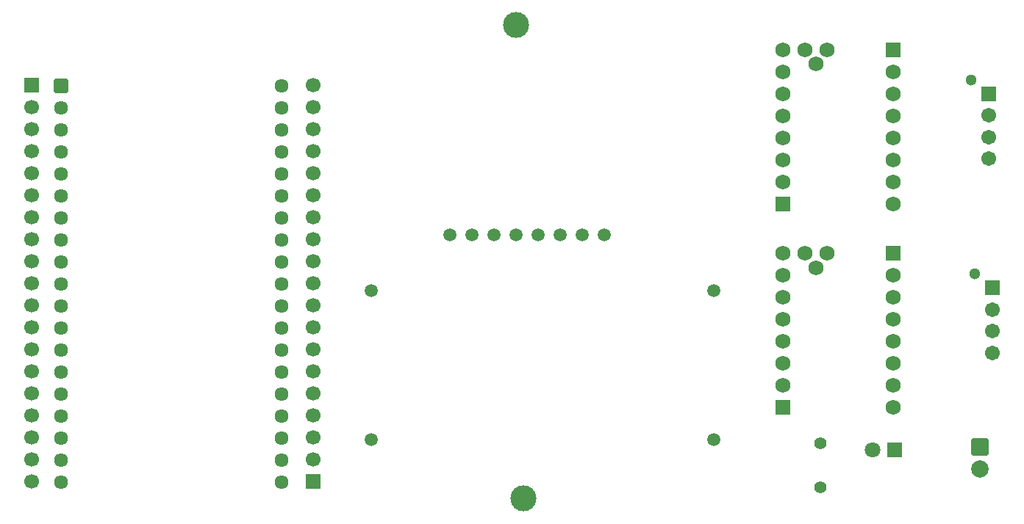
<source format=gbr>
G04 #@! TF.GenerationSoftware,KiCad,Pcbnew,9.0.4*
G04 #@! TF.CreationDate,2026-02-27T08:05:58+01:00*
G04 #@! TF.ProjectId,SABR PCB BOARD PROJECT,53414252-2050-4434-9220-424f41524420,rev?*
G04 #@! TF.SameCoordinates,Original*
G04 #@! TF.FileFunction,Soldermask,Bot*
G04 #@! TF.FilePolarity,Negative*
%FSLAX46Y46*%
G04 Gerber Fmt 4.6, Leading zero omitted, Abs format (unit mm)*
G04 Created by KiCad (PCBNEW 9.0.4) date 2026-02-27 08:05:58*
%MOMM*%
%LPD*%
G01*
G04 APERTURE LIST*
G04 Aperture macros list*
%AMRoundRect*
0 Rectangle with rounded corners*
0 $1 Rounding radius*
0 $2 $3 $4 $5 $6 $7 $8 $9 X,Y pos of 4 corners*
0 Add a 4 corners polygon primitive as box body*
4,1,4,$2,$3,$4,$5,$6,$7,$8,$9,$2,$3,0*
0 Add four circle primitives for the rounded corners*
1,1,$1+$1,$2,$3*
1,1,$1+$1,$4,$5*
1,1,$1+$1,$6,$7*
1,1,$1+$1,$8,$9*
0 Add four rect primitives between the rounded corners*
20,1,$1+$1,$2,$3,$4,$5,0*
20,1,$1+$1,$4,$5,$6,$7,0*
20,1,$1+$1,$6,$7,$8,$9,0*
20,1,$1+$1,$8,$9,$2,$3,0*%
G04 Aperture macros list end*
%ADD10RoundRect,0.102000X0.762000X0.762000X-0.762000X0.762000X-0.762000X-0.762000X0.762000X-0.762000X0*%
%ADD11C,1.728000*%
%ADD12R,1.700000X1.700000*%
%ADD13C,1.700000*%
%ADD14C,3.000000*%
%ADD15R,1.800000X1.800000*%
%ADD16C,1.800000*%
%ADD17C,1.300000*%
%ADD18RoundRect,0.102000X0.754000X-0.754000X0.754000X0.754000X-0.754000X0.754000X-0.754000X-0.754000X0*%
%ADD19C,1.712000*%
%ADD20RoundRect,0.250000X-0.750000X0.750000X-0.750000X-0.750000X0.750000X-0.750000X0.750000X0.750000X0*%
%ADD21C,2.000000*%
%ADD22C,1.500000*%
%ADD23RoundRect,0.102000X-0.704000X-0.704000X0.704000X-0.704000X0.704000X0.704000X-0.704000X0.704000X0*%
%ADD24C,1.612000*%
%ADD25C,1.400000*%
G04 APERTURE END LIST*
D10*
X132900000Y-65020000D03*
D11*
X132900000Y-62480000D03*
X132900000Y-59940000D03*
X132900000Y-57400000D03*
X132900000Y-54860000D03*
X132900000Y-52320000D03*
X132900000Y-49780000D03*
X132900000Y-47240000D03*
D10*
X145600000Y-47240000D03*
D11*
X145600000Y-49780000D03*
X145600000Y-52320000D03*
X145600000Y-54860000D03*
X145600000Y-57400000D03*
X145600000Y-59940000D03*
X145600000Y-62480000D03*
X145600000Y-65020000D03*
X137980000Y-47240000D03*
X135440000Y-47240000D03*
X136710000Y-48891000D03*
D12*
X46400000Y-51340000D03*
D13*
X46400000Y-53880000D03*
X46400000Y-56420000D03*
X46400000Y-58960000D03*
X46400000Y-61500000D03*
X46400000Y-64040000D03*
X46400000Y-66580000D03*
X46400000Y-69120000D03*
X46400000Y-71660000D03*
X46400000Y-74200000D03*
X46400000Y-76740000D03*
X46400000Y-79280000D03*
X46400000Y-81820000D03*
X46400000Y-84360000D03*
X46400000Y-86900000D03*
X46400000Y-89440000D03*
X46400000Y-91980000D03*
X46400000Y-94520000D03*
X46400000Y-97060000D03*
D14*
X103000000Y-99000000D03*
D15*
X145800000Y-93400000D03*
D16*
X143260000Y-93400000D03*
D17*
X155000000Y-73100000D03*
D18*
X157000000Y-74700000D03*
D19*
X157000000Y-77200000D03*
X157000000Y-79700000D03*
X157000000Y-82200000D03*
D14*
X102200000Y-44400000D03*
D12*
X78800000Y-97060000D03*
D13*
X78800000Y-94520000D03*
X78800000Y-91980000D03*
X78800000Y-89440000D03*
X78800000Y-86900000D03*
X78800000Y-84360000D03*
X78800000Y-81820000D03*
X78800000Y-79280000D03*
X78800000Y-76740000D03*
X78800000Y-74200000D03*
X78800000Y-71660000D03*
X78800000Y-69120000D03*
X78800000Y-66580000D03*
X78800000Y-64040000D03*
X78800000Y-61500000D03*
X78800000Y-58960000D03*
X78800000Y-56420000D03*
X78800000Y-53880000D03*
X78800000Y-51340000D03*
D20*
X155600000Y-93060000D03*
D21*
X155600000Y-95600000D03*
D22*
X94590000Y-68605000D03*
X97130000Y-68605000D03*
X99660000Y-68605000D03*
X102200000Y-68605000D03*
X104740000Y-68605000D03*
X107270000Y-68605000D03*
X109810000Y-68605000D03*
X112350000Y-68605000D03*
D17*
X154600000Y-50700000D03*
D18*
X156600000Y-52300000D03*
D19*
X156600000Y-54800000D03*
X156600000Y-57300000D03*
X156600000Y-59800000D03*
D23*
X49800000Y-51380000D03*
D24*
X49800000Y-53920000D03*
X49800000Y-56460000D03*
X49800000Y-59000000D03*
X49800000Y-61540000D03*
X49800000Y-64080000D03*
X49800000Y-66620000D03*
X49800000Y-69160000D03*
X49800000Y-71700000D03*
X49800000Y-74240000D03*
X49800000Y-76780000D03*
X49800000Y-79320000D03*
X49800000Y-81860000D03*
X49800000Y-84400000D03*
X49800000Y-86940000D03*
X49800000Y-89480000D03*
X49800000Y-92020000D03*
X49800000Y-94560000D03*
X49800000Y-97100000D03*
X75200000Y-51380000D03*
X75200000Y-53920000D03*
X75200000Y-56460000D03*
X75200000Y-59000000D03*
X75200000Y-61540000D03*
X75200000Y-64080000D03*
X75200000Y-66620000D03*
X75200000Y-69160000D03*
X75200000Y-71700000D03*
X75200000Y-74240000D03*
X75200000Y-76780000D03*
X75200000Y-79320000D03*
X75200000Y-81860000D03*
X75200000Y-84400000D03*
X75200000Y-86940000D03*
X75200000Y-89480000D03*
X75200000Y-92020000D03*
X75200000Y-94560000D03*
X75200000Y-97100000D03*
D10*
X132900000Y-88480000D03*
D11*
X132900000Y-85940000D03*
X132900000Y-83400000D03*
X132900000Y-80860000D03*
X132900000Y-78320000D03*
X132900000Y-75780000D03*
X132900000Y-73240000D03*
X132900000Y-70700000D03*
D10*
X145600000Y-70700000D03*
D11*
X145600000Y-73240000D03*
X145600000Y-75780000D03*
X145600000Y-78320000D03*
X145600000Y-80860000D03*
X145600000Y-83400000D03*
X145600000Y-85940000D03*
X145600000Y-88480000D03*
X137980000Y-70700000D03*
X135440000Y-70700000D03*
X136710000Y-72351000D03*
D25*
X137200000Y-92660000D03*
X137200000Y-97740000D03*
D22*
X124955500Y-92200000D03*
X124955500Y-75054000D03*
X85459500Y-92200000D03*
X85459500Y-75054000D03*
M02*

</source>
